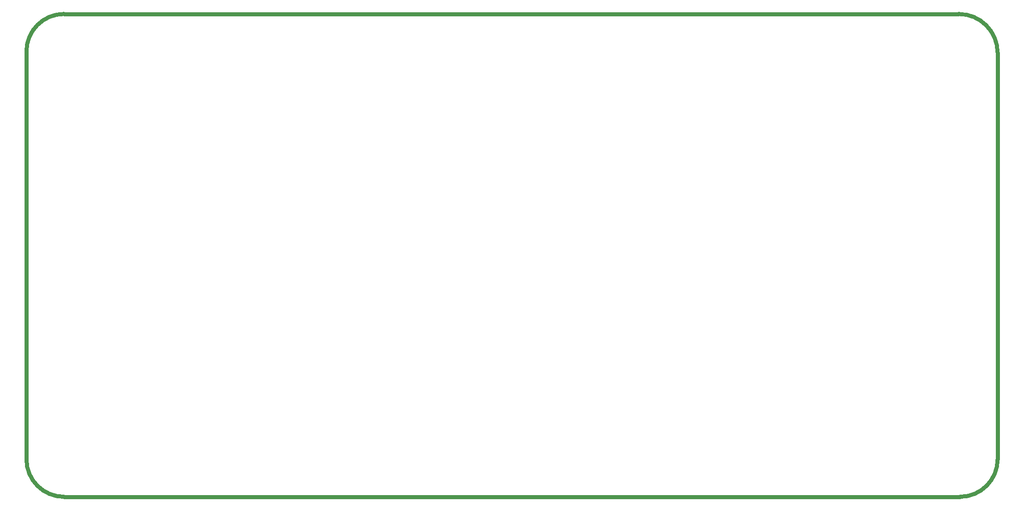
<source format=gko>
G04*
G04 #@! TF.GenerationSoftware,Altium Limited,Altium Designer,18.0.9 (584)*
G04*
G04 Layer_Color=16711935*
%FSLAX25Y25*%
%MOIN*%
G70*
G01*
G75*
%ADD121C,0.03000*%
D121*
X-0Y27559D02*
G03*
X27559Y-0I27559J0D01*
G01*
X27559Y354331D02*
G03*
X-0Y326772I-0J-27559D01*
G01*
X712598Y325787D02*
G03*
X684055Y354331I-28543J0D01*
G01*
X685039Y-0D02*
G03*
X712598Y27559I0J27559D01*
G01*
X-0Y27559D02*
Y326772D01*
X27559Y354331D02*
X684055Y354331D01*
X712598Y27559D02*
Y325787D01*
X27559Y-0D02*
X685039D01*
M02*

</source>
